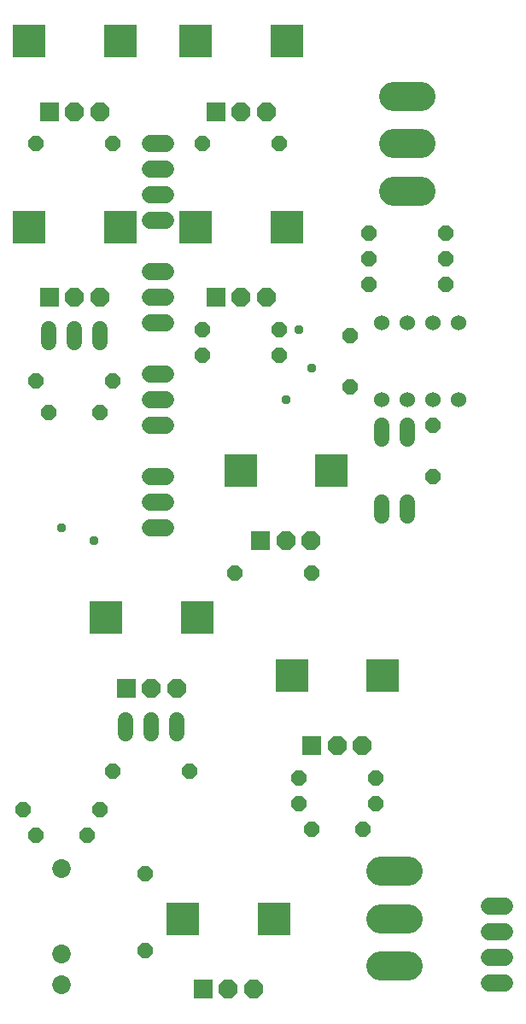
<source format=gbr>
G04 EAGLE Gerber RS-274X export*
G75*
%MOMM*%
%FSLAX34Y34*%
%LPD*%
%INSoldermask Bottom*%
%IPPOS*%
%AMOC8*
5,1,8,0,0,1.08239X$1,22.5*%
G01*
%ADD10R,1.879600X1.879600*%
%ADD11P,2.034460X8X292.500000*%
%ADD12R,3.319200X3.319200*%
%ADD13C,1.853200*%
%ADD14P,1.649562X8X202.500000*%
%ADD15P,1.649562X8X292.500000*%
%ADD16C,2.908300*%
%ADD17C,1.524000*%
%ADD18P,1.649562X8X22.500000*%
%ADD19C,1.524000*%
%ADD20P,1.649562X8X112.500000*%
%ADD21C,1.727200*%
%ADD22C,0.959600*%


D10*
X216300Y18900D03*
D11*
X241300Y18900D03*
X266300Y18900D03*
D12*
X286300Y88900D03*
X196300Y88900D03*
D10*
X229000Y704700D03*
D11*
X254000Y704700D03*
X279000Y704700D03*
D12*
X299000Y774700D03*
X209000Y774700D03*
D13*
X76200Y138900D03*
X76200Y53900D03*
X76200Y23900D03*
D14*
X101600Y171450D03*
X50800Y171450D03*
X114300Y196850D03*
X38100Y196850D03*
D15*
X158750Y133350D03*
X158750Y57150D03*
D14*
X203200Y234950D03*
X127000Y234950D03*
D16*
X392875Y135890D02*
X419926Y135890D01*
X419926Y88900D02*
X392875Y88900D01*
X392875Y41910D02*
X419926Y41910D01*
D17*
X393700Y488696D02*
X393700Y501904D01*
X393700Y564896D02*
X393700Y578104D01*
X63500Y660146D02*
X63500Y673354D01*
X114300Y673354D02*
X114300Y660146D01*
X88900Y660146D02*
X88900Y673354D01*
D14*
X127000Y857250D03*
X50800Y857250D03*
D10*
X63900Y888850D03*
D11*
X88900Y888850D03*
X113900Y888850D03*
D12*
X133900Y958850D03*
X43900Y958850D03*
D14*
X127000Y622300D03*
X50800Y622300D03*
D10*
X63900Y704700D03*
D11*
X88900Y704700D03*
X113900Y704700D03*
D12*
X133900Y774700D03*
X43900Y774700D03*
D14*
X114300Y590550D03*
X63500Y590550D03*
X292100Y647700D03*
X215900Y647700D03*
D18*
X215900Y673100D03*
X292100Y673100D03*
D14*
X292100Y857250D03*
X215900Y857250D03*
D10*
X229000Y888850D03*
D11*
X254000Y888850D03*
X279000Y888850D03*
D12*
X299000Y958850D03*
X209000Y958850D03*
D16*
X405575Y810260D02*
X432626Y810260D01*
X432626Y857250D02*
X405575Y857250D01*
X405575Y904240D02*
X432626Y904240D01*
D14*
X457200Y768350D03*
X381000Y768350D03*
D18*
X381000Y742950D03*
X457200Y742950D03*
D14*
X457200Y717550D03*
X381000Y717550D03*
D17*
X419100Y501904D02*
X419100Y488696D01*
X419100Y564896D02*
X419100Y578104D01*
D18*
X323850Y177800D03*
X374650Y177800D03*
X311150Y228600D03*
X387350Y228600D03*
D10*
X324250Y260200D03*
D11*
X349250Y260200D03*
X374250Y260200D03*
D12*
X394250Y330200D03*
X304250Y330200D03*
D18*
X311150Y203200D03*
X387350Y203200D03*
D17*
X139700Y272796D02*
X139700Y286004D01*
X190500Y286004D02*
X190500Y272796D01*
X165100Y272796D02*
X165100Y286004D01*
D10*
X140100Y317350D03*
D11*
X165100Y317350D03*
X190100Y317350D03*
D12*
X210100Y387350D03*
X120100Y387350D03*
D10*
X273450Y463400D03*
D11*
X298450Y463400D03*
X323450Y463400D03*
D12*
X343450Y533400D03*
X253450Y533400D03*
D14*
X323850Y431800D03*
X247650Y431800D03*
D19*
X469900Y679450D03*
X444500Y679450D03*
X444500Y603250D03*
X469900Y603250D03*
X419100Y679450D03*
X393700Y679450D03*
X419100Y603250D03*
X393700Y603250D03*
D20*
X361950Y615950D03*
X361950Y666750D03*
X444500Y527050D03*
X444500Y577850D03*
D21*
X179070Y781050D02*
X163830Y781050D01*
X163830Y806450D02*
X179070Y806450D01*
X179070Y831850D02*
X163830Y831850D01*
X163830Y857250D02*
X179070Y857250D01*
X179070Y679450D02*
X163830Y679450D01*
X163830Y704850D02*
X179070Y704850D01*
X179070Y730250D02*
X163830Y730250D01*
X163830Y577850D02*
X179070Y577850D01*
X179070Y603250D02*
X163830Y603250D01*
X163830Y628650D02*
X179070Y628650D01*
X500380Y25400D02*
X515620Y25400D01*
X515620Y50800D02*
X500380Y50800D01*
X500380Y76200D02*
X515620Y76200D01*
X515620Y101600D02*
X500380Y101600D01*
X179070Y527050D02*
X163830Y527050D01*
X163830Y501650D02*
X179070Y501650D01*
X179070Y476250D02*
X163830Y476250D01*
D22*
X76200Y476250D03*
X323850Y635000D03*
X311150Y673100D03*
X107950Y463550D03*
X298450Y603250D03*
M02*

</source>
